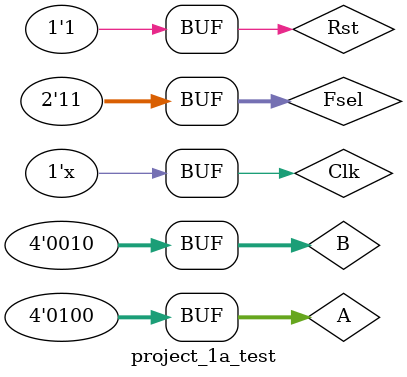
<source format=v>
`timescale 1ns / 1ps


module project_1a_test(

    );
    
        
    // Inputs              
    reg [3:0] A; 
    reg [3:0] B;    
    reg [1:0] Fsel; 
    reg Clk;        
    reg Rst;     
    
    // Outputs
    wire [7:0] O;   
    
    // Instantiate the Unit Under Test (UUT)
    project_1a uut(
        .A(A),
        .B(B),
        .Fsel(Fsel),
        .Clk(Clk),
        .Rst(Rst),
        .O(O)
    );
    
    initial begin
        // Initialize Inputs
        Clk = 1'b0;
        Rst = 1'b0;
        A = 4'b0100;
        B = 4'b0010;
    
        // Add stimulus here    
        #100 Rst = 1'b1;
        #100 Fsel = 2'b00;
        #100 Fsel = 2'b01;
        #100 Fsel = 2'b10;
        #100 Fsel = 2'b11;
     end
     
     always #10 begin
        Clk = ~Clk;
     end
     
endmodule

</source>
